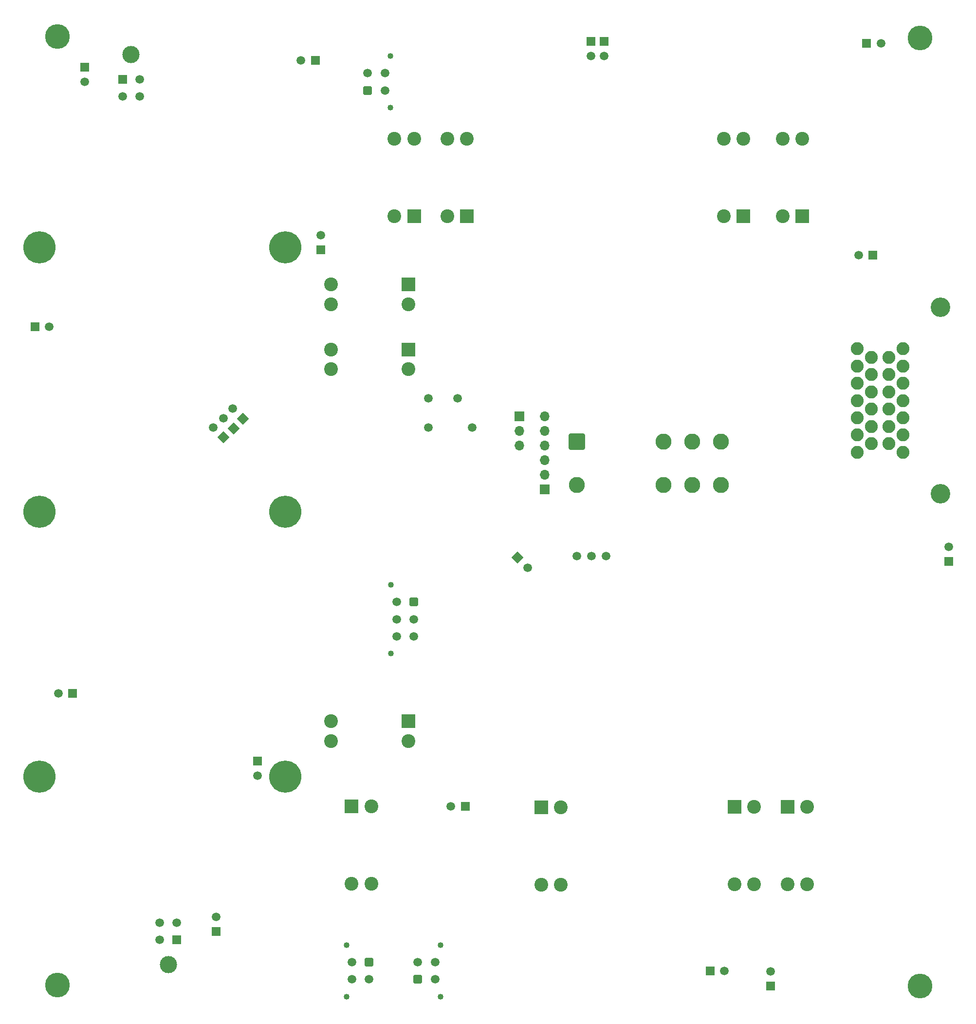
<source format=gbr>
%TF.GenerationSoftware,KiCad,Pcbnew,8.0.5*%
%TF.CreationDate,2025-02-05T15:44:11+01:00*%
%TF.ProjectId,FT25_PDU,46543235-5f50-4445-952e-6b696361645f,V1.2*%
%TF.SameCoordinates,Original*%
%TF.FileFunction,Soldermask,Bot*%
%TF.FilePolarity,Negative*%
%FSLAX46Y46*%
G04 Gerber Fmt 4.6, Leading zero omitted, Abs format (unit mm)*
G04 Created by KiCad (PCBNEW 8.0.5) date 2025-02-05 15:44:11*
%MOMM*%
%LPD*%
G01*
G04 APERTURE LIST*
G04 Aperture macros list*
%AMRoundRect*
0 Rectangle with rounded corners*
0 $1 Rounding radius*
0 $2 $3 $4 $5 $6 $7 $8 $9 X,Y pos of 4 corners*
0 Add a 4 corners polygon primitive as box body*
4,1,4,$2,$3,$4,$5,$6,$7,$8,$9,$2,$3,0*
0 Add four circle primitives for the rounded corners*
1,1,$1+$1,$2,$3*
1,1,$1+$1,$4,$5*
1,1,$1+$1,$6,$7*
1,1,$1+$1,$8,$9*
0 Add four rect primitives between the rounded corners*
20,1,$1+$1,$2,$3,$4,$5,0*
20,1,$1+$1,$4,$5,$6,$7,0*
20,1,$1+$1,$6,$7,$8,$9,0*
20,1,$1+$1,$8,$9,$2,$3,0*%
%AMRotRect*
0 Rectangle, with rotation*
0 The origin of the aperture is its center*
0 $1 length*
0 $2 width*
0 $3 Rotation angle, in degrees counterclockwise*
0 Add horizontal line*
21,1,$1,$2,0,0,$3*%
G04 Aperture macros list end*
%ADD10R,1.500000X1.500000*%
%ADD11C,1.500000*%
%ADD12C,5.600000*%
%ADD13R,2.400000X2.400000*%
%ADD14C,2.400000*%
%ADD15C,4.300000*%
%ADD16C,1.020000*%
%ADD17RoundRect,0.250001X0.499999X-0.499999X0.499999X0.499999X-0.499999X0.499999X-0.499999X-0.499999X0*%
%ADD18RotRect,1.500000X1.500000X135.000000*%
%ADD19C,3.000000*%
%ADD20R,1.520000X1.520000*%
%ADD21C,1.520000*%
%ADD22C,3.400000*%
%ADD23C,2.250000*%
%ADD24RotRect,1.500000X1.500000X315.000000*%
%ADD25R,1.700000X1.700000*%
%ADD26O,1.700000X1.700000*%
%ADD27C,2.800000*%
%ADD28RoundRect,0.250000X-1.150000X-1.150000X1.150000X-1.150000X1.150000X1.150000X-1.150000X1.150000X0*%
%ADD29RoundRect,0.250001X-0.499999X0.499999X-0.499999X-0.499999X0.499999X-0.499999X0.499999X0.499999X0*%
G04 APERTURE END LIST*
D10*
%TO.C,TP2*%
X165320000Y-98460000D03*
D11*
X165320000Y-95960000D03*
%TD*%
D10*
%TO.C,TP13*%
X147190001Y-216990000D03*
D11*
X147190001Y-214490000D03*
%TD*%
D10*
%TO.C,TP14*%
X261380000Y-99440000D03*
D11*
X258880000Y-99440000D03*
%TD*%
D12*
%TO.C,REF\u002A\u002A*%
X116410000Y-144080000D03*
%TD*%
D13*
%TO.C,H12*%
X180580000Y-180485000D03*
D14*
X180580000Y-183885000D03*
X167110000Y-180485000D03*
X167110000Y-183885000D03*
%TD*%
D15*
%TO.C,H4*%
X119575000Y-226345000D03*
%TD*%
D12*
%TO.C,REF\u002A\u002A*%
X116410000Y-190080000D03*
%TD*%
D16*
%TO.C,J5*%
X177445000Y-73795000D03*
X177445000Y-64795000D03*
D17*
X173505000Y-70795000D03*
D11*
X173505000Y-67795000D03*
X176505000Y-70795000D03*
X176505000Y-67795000D03*
%TD*%
D10*
%TO.C,TP12*%
X212339141Y-62292342D03*
D11*
X212339141Y-64792342D03*
%TD*%
%TO.C,K2*%
X189130000Y-124340000D03*
X184050000Y-124340000D03*
X191670000Y-129420000D03*
X184050000Y-129420000D03*
%TD*%
D18*
%TO.C,TP17*%
X151820000Y-127900000D03*
D11*
X150052233Y-126132233D03*
%TD*%
D13*
%TO.C,H15*%
X180629999Y-115825000D03*
D14*
X180629999Y-119225000D03*
X167159999Y-115825000D03*
X167159999Y-119225000D03*
%TD*%
D10*
%TO.C,TP4*%
X260299999Y-62600000D03*
D11*
X262799999Y-62600000D03*
%TD*%
D19*
%TO.C,J9*%
X132379500Y-64505800D03*
D20*
X130879500Y-68825800D03*
D21*
X133879500Y-68825800D03*
X130879500Y-71825800D03*
X133879500Y-71825800D03*
%TD*%
D13*
%TO.C,H5*%
X246515000Y-195350000D03*
D14*
X249915000Y-195350000D03*
X246515000Y-208820000D03*
X249915000Y-208820000D03*
%TD*%
D19*
%TO.C,J11*%
X138824000Y-222794200D03*
D20*
X140324000Y-218474200D03*
D21*
X137324000Y-218474200D03*
X140324000Y-215474200D03*
X137324000Y-215474200D03*
%TD*%
D12*
%TO.C,REF\u002A\u002A*%
X159210000Y-144080000D03*
%TD*%
D10*
%TO.C,TP5*%
X190500000Y-195230000D03*
D11*
X188000000Y-195230000D03*
%TD*%
D15*
%TO.C,H3*%
X269575000Y-61695000D03*
%TD*%
D22*
%TO.C,J10*%
X273150000Y-140950000D03*
X273150000Y-108450000D03*
D23*
X258650000Y-133700000D03*
X258650000Y-130700000D03*
X258650000Y-127700000D03*
X258650000Y-124700000D03*
X258650000Y-121700000D03*
X258650000Y-118700000D03*
X258650000Y-115700000D03*
X261150000Y-132200000D03*
X261150000Y-129200000D03*
X261150000Y-126200000D03*
X261150000Y-123200000D03*
X261150000Y-120200000D03*
X261150000Y-117200000D03*
X264150000Y-132200000D03*
X264150000Y-129200000D03*
X264150000Y-126200000D03*
X264150000Y-123200000D03*
X264150000Y-120200000D03*
X264150000Y-117200000D03*
X266650000Y-133700000D03*
X266650000Y-130700000D03*
X266650000Y-127700000D03*
X266650000Y-124700000D03*
X266650000Y-121700000D03*
X266650000Y-118700000D03*
X266650000Y-115700000D03*
%TD*%
D13*
%TO.C,H14*%
X190775001Y-92620000D03*
D14*
X187375001Y-92620000D03*
X190775001Y-79150000D03*
X187375001Y-79150000D03*
%TD*%
D24*
%TO.C,TP11*%
X199560553Y-152033274D03*
D11*
X201328320Y-153801041D03*
%TD*%
D13*
%TO.C,H7*%
X238835000Y-92630000D03*
D14*
X235435000Y-92630000D03*
X238835000Y-79160000D03*
X235435000Y-79160000D03*
%TD*%
D25*
%TO.C,J2*%
X199865000Y-127465000D03*
D26*
X199865000Y-130005000D03*
X199865000Y-132545000D03*
%TD*%
D12*
%TO.C,REF\u002A\u002A*%
X116410000Y-98080000D03*
%TD*%
D10*
%TO.C,TP6*%
X154370000Y-187430000D03*
D11*
X154370000Y-189930000D03*
%TD*%
D15*
%TO.C,H2*%
X269575000Y-226545000D03*
%TD*%
D13*
%TO.C,H6*%
X181585000Y-92620000D03*
D14*
X178185000Y-92620000D03*
X181585000Y-79150000D03*
X178185000Y-79150000D03*
%TD*%
D11*
%TO.C,U11*%
X214940000Y-151720000D03*
X212400000Y-151720000D03*
X209860000Y-151720000D03*
%TD*%
D10*
%TO.C,TP7*%
X115640000Y-111860000D03*
D11*
X118140000Y-111860000D03*
%TD*%
D16*
%TO.C,J3*%
X186174201Y-228361500D03*
X186174201Y-219361500D03*
D17*
X182234201Y-225361500D03*
D11*
X182234201Y-222361500D03*
X185234201Y-225361500D03*
X185234201Y-222361500D03*
%TD*%
D10*
%TO.C,TP19*%
X124290000Y-66770000D03*
D11*
X124290000Y-69270000D03*
%TD*%
D27*
%TO.C,K1*%
X229929411Y-131855000D03*
X224929411Y-131855000D03*
X234929411Y-131855000D03*
X229929411Y-139355000D03*
X224929411Y-139355000D03*
X234929411Y-139355000D03*
D28*
X209929411Y-131855000D03*
D27*
X209929411Y-139355000D03*
%TD*%
D13*
%TO.C,H11*%
X180630000Y-104545000D03*
D14*
X180630000Y-107945000D03*
X167160000Y-104545000D03*
X167160000Y-107945000D03*
%TD*%
D10*
%TO.C,TP3*%
X214665218Y-62297470D03*
D11*
X214665218Y-64797470D03*
%TD*%
D12*
%TO.C,REF\u002A\u002A*%
X159210000Y-98080000D03*
%TD*%
D13*
%TO.C,H13*%
X237325000Y-195350000D03*
D14*
X240725000Y-195350000D03*
X237325000Y-208820000D03*
X240725000Y-208820000D03*
%TD*%
D10*
%TO.C,TP10*%
X233090000Y-223860000D03*
D11*
X235590000Y-223860000D03*
%TD*%
D18*
%TO.C,TP16*%
X148426274Y-131129361D03*
D11*
X146658507Y-129361594D03*
%TD*%
D16*
%TO.C,J7*%
X177595000Y-156725000D03*
X177595000Y-168725000D03*
D29*
X181535000Y-159725000D03*
D11*
X181535000Y-162725000D03*
X181535000Y-165725000D03*
X178535000Y-159725000D03*
X178535000Y-162725000D03*
X178535000Y-165725000D03*
%TD*%
D12*
%TO.C,REF\u002A\u002A*%
X159210000Y-190080000D03*
%TD*%
D18*
%TO.C,TP15*%
X150167696Y-129529361D03*
D11*
X148399929Y-127761594D03*
%TD*%
D10*
%TO.C,TP9*%
X274570000Y-152680000D03*
D11*
X274570000Y-150180000D03*
%TD*%
D13*
%TO.C,H9*%
X203725000Y-195450000D03*
D14*
X207125000Y-195450000D03*
X203725000Y-208920000D03*
X207125000Y-208920000D03*
%TD*%
D13*
%TO.C,H10*%
X170725000Y-195300000D03*
D14*
X174125000Y-195300000D03*
X170725000Y-208770000D03*
X174125000Y-208770000D03*
%TD*%
D16*
%TO.C,J1*%
X169810000Y-219364200D03*
X169810000Y-228364200D03*
D29*
X173750000Y-222364200D03*
D11*
X173750000Y-225364200D03*
X170750000Y-222364200D03*
X170750000Y-225364200D03*
%TD*%
D25*
%TO.C,J4*%
X204285000Y-140165000D03*
D26*
X204285000Y-137625000D03*
X204285000Y-135085000D03*
X204285000Y-132545000D03*
X204285000Y-130005000D03*
X204285000Y-127465000D03*
%TD*%
D10*
%TO.C,TP8*%
X122200000Y-175640000D03*
D11*
X119700000Y-175640000D03*
%TD*%
D10*
%TO.C,TP1*%
X243620000Y-226500000D03*
D11*
X243620000Y-224000000D03*
%TD*%
D10*
%TO.C,TP18*%
X164420000Y-65550000D03*
D11*
X161920000Y-65550000D03*
%TD*%
D13*
%TO.C,H8*%
X249125000Y-92630000D03*
D14*
X245725000Y-92630000D03*
X249125000Y-79160000D03*
X245725000Y-79160000D03*
%TD*%
D15*
%TO.C,H1*%
X119575000Y-61395000D03*
%TD*%
M02*

</source>
